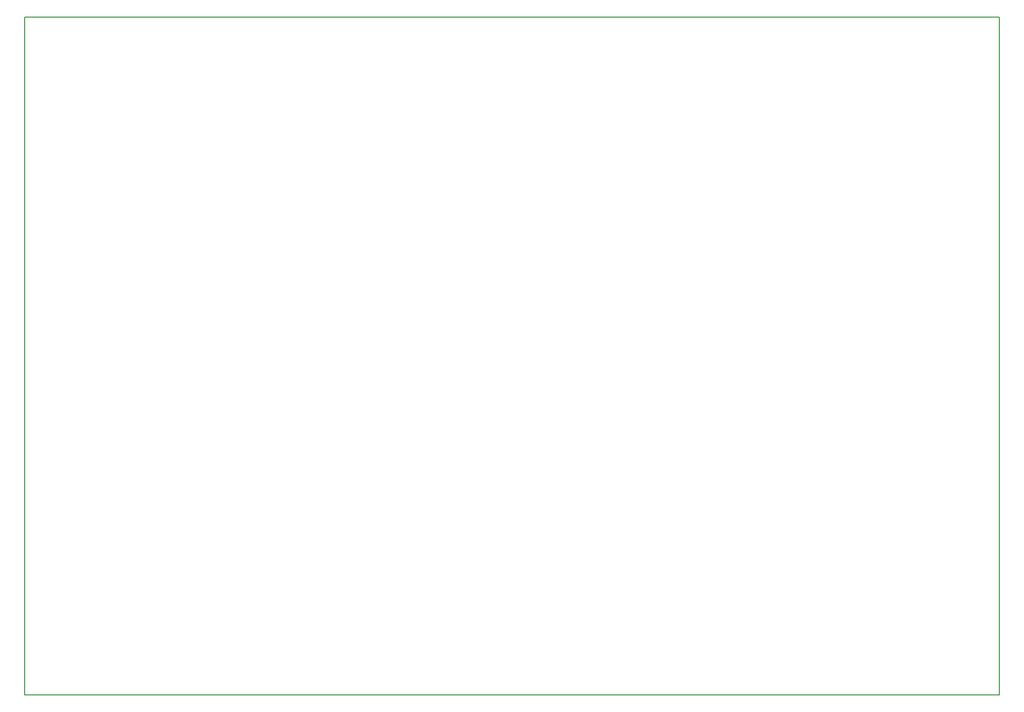
<source format=gbr>
%FSDAX33Y33*%
%MOMM*%
%SFA1B1*%

%IPPOS*%
%ADD10C,0.127000*%
%LNprofile-1*%
%LPD*%
G54D10*
X000000Y000000D02*
Y113999D01*
X164000Y114000*
X163999Y000000*
X000000*
M02*
</source>
